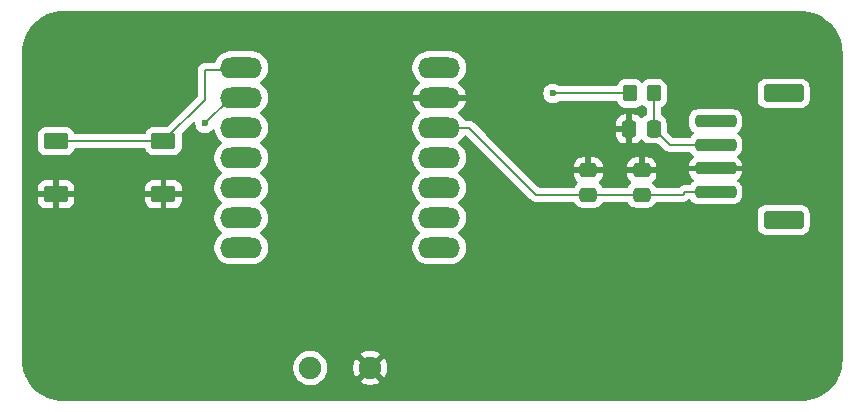
<source format=gbr>
%TF.GenerationSoftware,KiCad,Pcbnew,9.0.5*%
%TF.CreationDate,2026-02-02T17:26:05-08:00*%
%TF.ProjectId,Sensing device,53656e73-696e-4672-9064-65766963652e,1.0*%
%TF.SameCoordinates,Original*%
%TF.FileFunction,Copper,L1,Top*%
%TF.FilePolarity,Positive*%
%FSLAX46Y46*%
G04 Gerber Fmt 4.6, Leading zero omitted, Abs format (unit mm)*
G04 Created by KiCad (PCBNEW 9.0.5) date 2026-02-02 17:26:05*
%MOMM*%
%LPD*%
G01*
G04 APERTURE LIST*
G04 Aperture macros list*
%AMRoundRect*
0 Rectangle with rounded corners*
0 $1 Rounding radius*
0 $2 $3 $4 $5 $6 $7 $8 $9 X,Y pos of 4 corners*
0 Add a 4 corners polygon primitive as box body*
4,1,4,$2,$3,$4,$5,$6,$7,$8,$9,$2,$3,0*
0 Add four circle primitives for the rounded corners*
1,1,$1+$1,$2,$3*
1,1,$1+$1,$4,$5*
1,1,$1+$1,$6,$7*
1,1,$1+$1,$8,$9*
0 Add four rect primitives between the rounded corners*
20,1,$1+$1,$2,$3,$4,$5,0*
20,1,$1+$1,$4,$5,$6,$7,0*
20,1,$1+$1,$6,$7,$8,$9,0*
20,1,$1+$1,$8,$9,$2,$3,0*%
G04 Aperture macros list end*
%TA.AperFunction,SMDPad,CuDef*%
%ADD10RoundRect,0.250000X-0.800000X-0.450000X0.800000X-0.450000X0.800000X0.450000X-0.800000X0.450000X0*%
%TD*%
%TA.AperFunction,SMDPad,CuDef*%
%ADD11RoundRect,0.250000X-0.337500X-0.475000X0.337500X-0.475000X0.337500X0.475000X-0.337500X0.475000X0*%
%TD*%
%TA.AperFunction,SMDPad,CuDef*%
%ADD12RoundRect,0.250000X1.500000X-0.250000X1.500000X0.250000X-1.500000X0.250000X-1.500000X-0.250000X0*%
%TD*%
%TA.AperFunction,SMDPad,CuDef*%
%ADD13RoundRect,0.250001X1.449999X-0.499999X1.449999X0.499999X-1.449999X0.499999X-1.449999X-0.499999X0*%
%TD*%
%TA.AperFunction,SMDPad,CuDef*%
%ADD14RoundRect,0.250000X0.350000X0.450000X-0.350000X0.450000X-0.350000X-0.450000X0.350000X-0.450000X0*%
%TD*%
%TA.AperFunction,SMDPad,CuDef*%
%ADD15RoundRect,0.250000X0.475000X-0.337500X0.475000X0.337500X-0.475000X0.337500X-0.475000X-0.337500X0*%
%TD*%
%TA.AperFunction,ComponentPad*%
%ADD16O,3.556000X1.778000*%
%TD*%
%TA.AperFunction,ComponentPad*%
%ADD17C,1.905000*%
%TD*%
%TA.AperFunction,ViaPad*%
%ADD18C,0.600000*%
%TD*%
%TA.AperFunction,Conductor*%
%ADD19C,0.200000*%
%TD*%
G04 APERTURE END LIST*
D10*
%TO.P,SW1,1,1*%
%TO.N,/CAL_BTN*%
X117400000Y-83500000D03*
X126500000Y-83500000D03*
%TO.P,SW1,2,2*%
%TO.N,GND*%
X117400000Y-88000000D03*
X126500000Y-88000000D03*
%TD*%
D11*
%TO.P,C3,1*%
%TO.N,GND*%
X165925000Y-82462500D03*
%TO.P,C3,2*%
%TO.N,Net-(J2-Pin_3)*%
X168000000Y-82462500D03*
%TD*%
D12*
%TO.P,J2,1,Pin_1*%
%TO.N,+3V3*%
X173250000Y-87812500D03*
%TO.P,J2,2,Pin_2*%
%TO.N,GND*%
X173250000Y-85812500D03*
%TO.P,J2,3,Pin_3*%
%TO.N,Net-(J2-Pin_3)*%
X173250000Y-83812500D03*
%TO.P,J2,4,Pin_4*%
%TO.N,unconnected-(J2-Pin_4-Pad4)*%
X173250000Y-81812500D03*
D13*
%TO.P,J2,MP*%
%TO.N,N/C*%
X179000000Y-90162500D03*
X179000000Y-79462500D03*
%TD*%
D14*
%TO.P,R1,1*%
%TO.N,Net-(J2-Pin_3)*%
X168000000Y-79462500D03*
%TO.P,R1,2*%
%TO.N,/GSR_SIG*%
X166000000Y-79462500D03*
%TD*%
D15*
%TO.P,C1,1*%
%TO.N,+3V3*%
X167000000Y-88037500D03*
%TO.P,C1,2*%
%TO.N,GND*%
X167000000Y-85962500D03*
%TD*%
%TO.P,C2,1*%
%TO.N,+3V3*%
X162462500Y-88037500D03*
%TO.P,C2,2*%
%TO.N,GND*%
X162462500Y-85962500D03*
%TD*%
D16*
%TO.P,U1,1,GPIO1_A0_D0*%
%TO.N,/CAL_BTN*%
X133083000Y-77285000D03*
%TO.P,U1,2,GPIO2_A1_D1*%
%TO.N,/GSR_SIG*%
X133083000Y-79825000D03*
%TO.P,U1,3,GPIO3_A2_D2*%
%TO.N,unconnected-(U1-GPIO3_A2_D2-Pad3)*%
X133083000Y-82365000D03*
%TO.P,U1,4,GPIO4_A3_D3*%
%TO.N,unconnected-(U1-GPIO4_A3_D3-Pad4)*%
X133083000Y-84905000D03*
%TO.P,U1,5,GPIO4_A3_D3_SDA*%
%TO.N,unconnected-(U1-GPIO4_A3_D3_SDA-Pad5)*%
X133083000Y-87445000D03*
%TO.P,U1,6,GPIO6_A5_D5_SCL*%
%TO.N,unconnected-(U1-GPIO6_A5_D5_SCL-Pad6)*%
X133083000Y-89985000D03*
%TO.P,U1,7,GPIO43_TX_D6*%
%TO.N,unconnected-(U1-GPIO43_TX_D6-Pad7)*%
X133083000Y-92525000D03*
%TO.P,U1,8,GPIO44_D7_RX*%
%TO.N,unconnected-(U1-GPIO44_D7_RX-Pad8)*%
X149847000Y-92525000D03*
%TO.P,U1,9,GPIO7_A8_D8_SCK*%
%TO.N,unconnected-(U1-GPIO7_A8_D8_SCK-Pad9)*%
X149847000Y-89985000D03*
%TO.P,U1,10,GPIO8_A9_D9_CIPO*%
%TO.N,unconnected-(U1-GPIO8_A9_D9_CIPO-Pad10)*%
X149847000Y-87445000D03*
%TO.P,U1,11,GPIO9_A10_D10_COPI*%
%TO.N,unconnected-(U1-GPIO9_A10_D10_COPI-Pad11)*%
X149847000Y-84905000D03*
%TO.P,U1,12,3V3*%
%TO.N,+3V3*%
X149847000Y-82365000D03*
%TO.P,U1,13,GND*%
%TO.N,GND*%
X149847000Y-79825000D03*
%TO.P,U1,14,5V*%
%TO.N,unconnected-(U1-5V-Pad14)*%
X149847000Y-77285000D03*
D17*
%TO.P,U1,15,+BATT*%
%TO.N,/BAT*%
X138925000Y-102685000D03*
%TO.P,U1,16,-BATT*%
%TO.N,GND*%
X144005000Y-102685000D03*
%TD*%
D18*
%TO.N,/GSR_SIG*%
X159462500Y-79462500D03*
X130000000Y-82000000D03*
%TD*%
D19*
%TO.N,+3V3*%
X173250000Y-87812500D02*
X170687500Y-87812500D01*
X170462500Y-88037500D02*
X167000000Y-88037500D01*
X170687500Y-87812500D02*
X170462500Y-88037500D01*
X158037500Y-88037500D02*
X162462500Y-88037500D01*
X162462500Y-88037500D02*
X167000000Y-88037500D01*
X149085000Y-82365000D02*
X152365000Y-82365000D01*
X152365000Y-82365000D02*
X158037500Y-88037500D01*
%TO.N,Net-(J2-Pin_3)*%
X168000000Y-79462500D02*
X168000000Y-82462500D01*
X168000000Y-82462500D02*
X169350000Y-83812500D01*
X169350000Y-83812500D02*
X173250000Y-83812500D01*
%TO.N,/GSR_SIG*%
X132175000Y-79825000D02*
X130000000Y-82000000D01*
X166000000Y-79462500D02*
X159500000Y-79462500D01*
X133845000Y-79825000D02*
X132175000Y-79825000D01*
X159500000Y-79462500D02*
X159462500Y-79462500D01*
%TO.N,/CAL_BTN*%
X117400000Y-83500000D02*
X126500000Y-83500000D01*
X133630000Y-77500000D02*
X133845000Y-77285000D01*
X130000000Y-80000000D02*
X130000000Y-77500000D01*
X126500000Y-83500000D02*
X130000000Y-80000000D01*
X130000000Y-77500000D02*
X133630000Y-77500000D01*
%TD*%
%TA.AperFunction,Conductor*%
%TO.N,GND*%
G36*
X180503032Y-72500648D02*
G01*
X180836929Y-72517052D01*
X180849037Y-72518245D01*
X180952146Y-72533539D01*
X181176699Y-72566849D01*
X181188617Y-72569219D01*
X181509951Y-72649709D01*
X181521588Y-72653240D01*
X181592806Y-72678722D01*
X181833467Y-72764832D01*
X181844688Y-72769479D01*
X182144163Y-72911120D01*
X182154871Y-72916844D01*
X182438988Y-73087137D01*
X182449106Y-73093897D01*
X182715170Y-73291224D01*
X182724576Y-73298944D01*
X182970013Y-73521395D01*
X182978604Y-73529986D01*
X183165755Y-73736475D01*
X183201055Y-73775423D01*
X183208775Y-73784829D01*
X183406102Y-74050893D01*
X183412862Y-74061011D01*
X183541776Y-74276092D01*
X183583148Y-74345116D01*
X183588885Y-74355848D01*
X183730514Y-74655297D01*
X183735170Y-74666540D01*
X183846759Y-74978411D01*
X183850292Y-74990055D01*
X183930777Y-75311369D01*
X183933151Y-75323305D01*
X183981754Y-75650962D01*
X183982947Y-75663071D01*
X183999351Y-75996966D01*
X183999500Y-76003051D01*
X183999500Y-101996948D01*
X183999351Y-102003033D01*
X183982947Y-102336928D01*
X183981754Y-102349037D01*
X183933151Y-102676694D01*
X183930777Y-102688630D01*
X183850292Y-103009944D01*
X183846759Y-103021588D01*
X183735170Y-103333459D01*
X183730514Y-103344702D01*
X183588885Y-103644151D01*
X183583148Y-103654883D01*
X183412862Y-103938988D01*
X183406102Y-103949106D01*
X183208775Y-104215170D01*
X183201055Y-104224576D01*
X182978611Y-104470006D01*
X182970006Y-104478611D01*
X182724576Y-104701055D01*
X182715170Y-104708775D01*
X182449106Y-104906102D01*
X182438988Y-104912862D01*
X182154883Y-105083148D01*
X182144151Y-105088885D01*
X181844702Y-105230514D01*
X181833459Y-105235170D01*
X181521588Y-105346759D01*
X181509944Y-105350292D01*
X181188630Y-105430777D01*
X181176694Y-105433151D01*
X180849037Y-105481754D01*
X180836928Y-105482947D01*
X180521989Y-105498419D01*
X180503031Y-105499351D01*
X180496949Y-105499500D01*
X118003051Y-105499500D01*
X117996968Y-105499351D01*
X117976900Y-105498365D01*
X117663071Y-105482947D01*
X117650962Y-105481754D01*
X117323305Y-105433151D01*
X117311369Y-105430777D01*
X116990055Y-105350292D01*
X116978411Y-105346759D01*
X116666540Y-105235170D01*
X116655301Y-105230515D01*
X116355844Y-105088883D01*
X116345121Y-105083150D01*
X116061011Y-104912862D01*
X116050893Y-104906102D01*
X115784829Y-104708775D01*
X115775423Y-104701055D01*
X115736475Y-104665755D01*
X115529986Y-104478604D01*
X115521395Y-104470013D01*
X115298944Y-104224576D01*
X115291224Y-104215170D01*
X115093897Y-103949106D01*
X115087137Y-103938988D01*
X114916844Y-103654871D01*
X114911120Y-103644163D01*
X114769479Y-103344688D01*
X114764829Y-103333459D01*
X114653240Y-103021588D01*
X114649707Y-103009944D01*
X114640958Y-102975015D01*
X114569219Y-102688617D01*
X114566848Y-102676695D01*
X114566848Y-102676694D01*
X114551117Y-102570646D01*
X137472000Y-102570646D01*
X137472000Y-102799353D01*
X137507778Y-103025246D01*
X137507778Y-103025249D01*
X137578450Y-103242755D01*
X137578452Y-103242758D01*
X137682283Y-103446538D01*
X137816714Y-103631566D01*
X137978434Y-103793286D01*
X138163462Y-103927717D01*
X138366327Y-104031082D01*
X138367244Y-104031549D01*
X138584751Y-104102221D01*
X138584752Y-104102221D01*
X138584755Y-104102222D01*
X138810646Y-104138000D01*
X138810647Y-104138000D01*
X139039353Y-104138000D01*
X139039354Y-104138000D01*
X139265245Y-104102222D01*
X139265248Y-104102221D01*
X139265249Y-104102221D01*
X139482755Y-104031549D01*
X139482755Y-104031548D01*
X139482758Y-104031548D01*
X139686538Y-103927717D01*
X139871566Y-103793286D01*
X140033286Y-103631566D01*
X140167717Y-103446538D01*
X140271548Y-103242758D01*
X140342222Y-103025245D01*
X140378000Y-102799354D01*
X140378000Y-102570686D01*
X142552500Y-102570686D01*
X142552500Y-102799313D01*
X142588265Y-103025124D01*
X142588265Y-103025125D01*
X142658917Y-103242568D01*
X142762711Y-103446276D01*
X142816347Y-103520098D01*
X142816347Y-103520099D01*
X143515504Y-102820941D01*
X143531619Y-102881081D01*
X143598498Y-102996920D01*
X143693080Y-103091502D01*
X143808919Y-103158381D01*
X143869057Y-103174494D01*
X143169899Y-103873651D01*
X143243725Y-103927288D01*
X143243731Y-103927292D01*
X143447431Y-104031082D01*
X143664875Y-104101734D01*
X143890687Y-104137500D01*
X144119313Y-104137500D01*
X144345124Y-104101734D01*
X144345125Y-104101734D01*
X144562568Y-104031082D01*
X144766276Y-103927288D01*
X144840098Y-103873651D01*
X144140942Y-103174495D01*
X144201081Y-103158381D01*
X144316920Y-103091502D01*
X144411502Y-102996920D01*
X144478381Y-102881081D01*
X144494494Y-102820942D01*
X145193651Y-103520099D01*
X145193651Y-103520098D01*
X145247288Y-103446276D01*
X145351082Y-103242568D01*
X145421734Y-103025125D01*
X145421734Y-103025124D01*
X145457500Y-102799313D01*
X145457500Y-102570686D01*
X145421734Y-102344875D01*
X145421734Y-102344874D01*
X145351082Y-102127431D01*
X145247292Y-101923731D01*
X145247288Y-101923725D01*
X145193651Y-101849900D01*
X145193651Y-101849899D01*
X144494494Y-102549056D01*
X144478381Y-102488919D01*
X144411502Y-102373080D01*
X144316920Y-102278498D01*
X144201081Y-102211619D01*
X144140940Y-102195504D01*
X144840099Y-101496347D01*
X144766276Y-101442711D01*
X144562568Y-101338917D01*
X144345124Y-101268265D01*
X144119313Y-101232500D01*
X143890687Y-101232500D01*
X143664875Y-101268265D01*
X143664874Y-101268265D01*
X143447431Y-101338917D01*
X143243719Y-101442713D01*
X143169900Y-101496346D01*
X143169899Y-101496347D01*
X143869057Y-102195504D01*
X143808919Y-102211619D01*
X143693080Y-102278498D01*
X143598498Y-102373080D01*
X143531619Y-102488919D01*
X143515504Y-102549057D01*
X142816347Y-101849899D01*
X142816346Y-101849900D01*
X142762713Y-101923719D01*
X142658917Y-102127431D01*
X142588265Y-102344874D01*
X142588265Y-102344875D01*
X142552500Y-102570686D01*
X140378000Y-102570686D01*
X140378000Y-102570646D01*
X140342222Y-102344755D01*
X140342221Y-102344751D01*
X140342221Y-102344750D01*
X140271549Y-102127244D01*
X140167851Y-101923725D01*
X140167717Y-101923462D01*
X140033286Y-101738434D01*
X139871566Y-101576714D01*
X139686538Y-101442283D01*
X139482755Y-101338450D01*
X139265248Y-101267778D01*
X139095826Y-101240944D01*
X139039354Y-101232000D01*
X138810646Y-101232000D01*
X138735349Y-101243926D01*
X138584753Y-101267778D01*
X138584750Y-101267778D01*
X138367244Y-101338450D01*
X138163461Y-101442283D01*
X138089051Y-101496346D01*
X137978434Y-101576714D01*
X137978432Y-101576716D01*
X137978431Y-101576716D01*
X137816716Y-101738431D01*
X137816716Y-101738432D01*
X137816714Y-101738434D01*
X137758980Y-101817896D01*
X137682283Y-101923461D01*
X137578450Y-102127244D01*
X137507778Y-102344750D01*
X137507778Y-102344753D01*
X137472000Y-102570646D01*
X114551117Y-102570646D01*
X114518245Y-102349037D01*
X114517052Y-102336927D01*
X114500649Y-102003032D01*
X114500500Y-101996948D01*
X114500500Y-88499986D01*
X115850001Y-88499986D01*
X115860494Y-88602697D01*
X115915641Y-88769119D01*
X115915643Y-88769124D01*
X116007684Y-88918345D01*
X116131654Y-89042315D01*
X116280875Y-89134356D01*
X116280880Y-89134358D01*
X116447302Y-89189505D01*
X116447309Y-89189506D01*
X116550019Y-89199999D01*
X117149999Y-89199999D01*
X117650000Y-89199999D01*
X118249972Y-89199999D01*
X118249986Y-89199998D01*
X118352697Y-89189505D01*
X118519119Y-89134358D01*
X118519124Y-89134356D01*
X118668345Y-89042315D01*
X118792315Y-88918345D01*
X118884356Y-88769124D01*
X118884358Y-88769119D01*
X118939505Y-88602697D01*
X118939506Y-88602690D01*
X118949999Y-88499986D01*
X124950001Y-88499986D01*
X124960494Y-88602697D01*
X125015641Y-88769119D01*
X125015643Y-88769124D01*
X125107684Y-88918345D01*
X125231654Y-89042315D01*
X125380875Y-89134356D01*
X125380880Y-89134358D01*
X125547302Y-89189505D01*
X125547309Y-89189506D01*
X125650019Y-89199999D01*
X126249999Y-89199999D01*
X126750000Y-89199999D01*
X127349972Y-89199999D01*
X127349986Y-89199998D01*
X127452697Y-89189505D01*
X127619119Y-89134358D01*
X127619124Y-89134356D01*
X127768345Y-89042315D01*
X127892315Y-88918345D01*
X127984356Y-88769124D01*
X127984358Y-88769119D01*
X128039505Y-88602697D01*
X128039506Y-88602690D01*
X128049999Y-88499986D01*
X128050000Y-88499973D01*
X128050000Y-88250000D01*
X126750000Y-88250000D01*
X126750000Y-89199999D01*
X126249999Y-89199999D01*
X126250000Y-89199998D01*
X126250000Y-88250000D01*
X124950001Y-88250000D01*
X124950001Y-88499986D01*
X118949999Y-88499986D01*
X118950000Y-88499973D01*
X118950000Y-88250000D01*
X117650000Y-88250000D01*
X117650000Y-89199999D01*
X117149999Y-89199999D01*
X117150000Y-89199998D01*
X117150000Y-88250000D01*
X115850001Y-88250000D01*
X115850001Y-88499986D01*
X114500500Y-88499986D01*
X114500500Y-87500013D01*
X115850000Y-87500013D01*
X115850000Y-87750000D01*
X117150000Y-87750000D01*
X117650000Y-87750000D01*
X118949999Y-87750000D01*
X118949999Y-87500029D01*
X118949998Y-87500013D01*
X124950000Y-87500013D01*
X124950000Y-87750000D01*
X126250000Y-87750000D01*
X126750000Y-87750000D01*
X128049999Y-87750000D01*
X128049999Y-87500028D01*
X128049998Y-87500013D01*
X128039505Y-87397302D01*
X127984358Y-87230880D01*
X127984356Y-87230875D01*
X127892315Y-87081654D01*
X127768345Y-86957684D01*
X127619124Y-86865643D01*
X127619119Y-86865641D01*
X127452697Y-86810494D01*
X127452690Y-86810493D01*
X127349986Y-86800000D01*
X126750000Y-86800000D01*
X126750000Y-87750000D01*
X126250000Y-87750000D01*
X126250000Y-86800000D01*
X125650028Y-86800000D01*
X125650012Y-86800001D01*
X125547302Y-86810494D01*
X125380880Y-86865641D01*
X125380875Y-86865643D01*
X125231654Y-86957684D01*
X125107684Y-87081654D01*
X125015643Y-87230875D01*
X125015641Y-87230880D01*
X124960494Y-87397302D01*
X124960493Y-87397309D01*
X124950000Y-87500013D01*
X118949998Y-87500013D01*
X118949998Y-87500012D01*
X118939505Y-87397302D01*
X118884358Y-87230880D01*
X118884356Y-87230875D01*
X118792315Y-87081654D01*
X118668345Y-86957684D01*
X118519124Y-86865643D01*
X118519119Y-86865641D01*
X118352697Y-86810494D01*
X118352690Y-86810493D01*
X118249986Y-86800000D01*
X117650000Y-86800000D01*
X117650000Y-87750000D01*
X117150000Y-87750000D01*
X117150000Y-86800000D01*
X116550028Y-86800000D01*
X116550012Y-86800001D01*
X116447302Y-86810494D01*
X116280880Y-86865641D01*
X116280875Y-86865643D01*
X116131654Y-86957684D01*
X116007684Y-87081654D01*
X115915643Y-87230875D01*
X115915641Y-87230880D01*
X115860494Y-87397302D01*
X115860493Y-87397309D01*
X115850000Y-87500013D01*
X114500500Y-87500013D01*
X114500500Y-82999983D01*
X115849500Y-82999983D01*
X115849500Y-84000001D01*
X115849501Y-84000019D01*
X115860000Y-84102796D01*
X115860001Y-84102799D01*
X115915185Y-84269331D01*
X115915187Y-84269336D01*
X115950069Y-84325888D01*
X116007288Y-84418656D01*
X116131344Y-84542712D01*
X116280666Y-84634814D01*
X116447203Y-84689999D01*
X116549991Y-84700500D01*
X118250008Y-84700499D01*
X118352797Y-84689999D01*
X118519334Y-84634814D01*
X118668656Y-84542712D01*
X118792712Y-84418656D01*
X118884814Y-84269334D01*
X118912595Y-84185495D01*
X118952368Y-84128051D01*
X119016884Y-84101228D01*
X119030301Y-84100500D01*
X124869699Y-84100500D01*
X124936738Y-84120185D01*
X124982493Y-84172989D01*
X124987405Y-84185496D01*
X125015185Y-84269331D01*
X125015187Y-84269336D01*
X125050069Y-84325888D01*
X125107288Y-84418656D01*
X125231344Y-84542712D01*
X125380666Y-84634814D01*
X125547203Y-84689999D01*
X125649991Y-84700500D01*
X127350008Y-84700499D01*
X127452797Y-84689999D01*
X127619334Y-84634814D01*
X127768656Y-84542712D01*
X127892712Y-84418656D01*
X127984814Y-84269334D01*
X128039999Y-84102797D01*
X128050500Y-84000009D01*
X128050499Y-82999992D01*
X128049221Y-82987486D01*
X128042127Y-82918039D01*
X128039999Y-82897203D01*
X128039997Y-82897197D01*
X128038606Y-82890698D01*
X128043819Y-82821023D01*
X128072175Y-82777058D01*
X128987819Y-81861415D01*
X129049142Y-81827930D01*
X129118834Y-81832914D01*
X129174767Y-81874786D01*
X129199184Y-81940250D01*
X129199500Y-81949096D01*
X129199500Y-82078846D01*
X129230261Y-82233489D01*
X129230264Y-82233501D01*
X129290602Y-82379172D01*
X129290609Y-82379185D01*
X129378210Y-82510288D01*
X129378213Y-82510292D01*
X129489707Y-82621786D01*
X129489711Y-82621789D01*
X129620814Y-82709390D01*
X129620827Y-82709397D01*
X129766498Y-82769735D01*
X129766503Y-82769737D01*
X129904211Y-82797129D01*
X129921153Y-82800499D01*
X129921156Y-82800500D01*
X129921158Y-82800500D01*
X130078844Y-82800500D01*
X130078845Y-82800499D01*
X130233497Y-82769737D01*
X130346166Y-82723067D01*
X130379172Y-82709397D01*
X130379172Y-82709396D01*
X130379179Y-82709394D01*
X130510289Y-82621789D01*
X130612348Y-82519729D01*
X130673669Y-82486246D01*
X130743361Y-82491230D01*
X130799295Y-82533101D01*
X130822501Y-82588014D01*
X130838713Y-82690376D01*
X130906297Y-82898380D01*
X130906298Y-82898383D01*
X131005595Y-83093260D01*
X131134142Y-83270193D01*
X131288806Y-83424857D01*
X131439969Y-83534682D01*
X131482635Y-83590011D01*
X131488614Y-83659625D01*
X131456009Y-83721420D01*
X131439969Y-83735318D01*
X131288806Y-83845142D01*
X131134142Y-83999806D01*
X131005595Y-84176739D01*
X130906298Y-84371616D01*
X130906297Y-84371619D01*
X130838714Y-84579623D01*
X130804500Y-84795638D01*
X130804500Y-85014361D01*
X130838714Y-85230376D01*
X130906297Y-85438380D01*
X130906298Y-85438383D01*
X130923585Y-85472309D01*
X130975915Y-85575012D01*
X131005595Y-85633260D01*
X131134142Y-85810193D01*
X131288806Y-85964857D01*
X131439969Y-86074682D01*
X131482635Y-86130011D01*
X131488614Y-86199625D01*
X131456009Y-86261420D01*
X131439969Y-86275318D01*
X131288806Y-86385142D01*
X131134142Y-86539806D01*
X131005595Y-86716739D01*
X130906298Y-86911616D01*
X130906297Y-86911619D01*
X130838714Y-87119623D01*
X130804500Y-87335638D01*
X130804500Y-87554361D01*
X130838714Y-87770376D01*
X130906297Y-87978380D01*
X130906298Y-87978383D01*
X131005595Y-88173260D01*
X131134142Y-88350193D01*
X131288806Y-88504857D01*
X131439969Y-88614682D01*
X131482635Y-88670011D01*
X131488614Y-88739625D01*
X131456009Y-88801420D01*
X131439969Y-88815318D01*
X131288806Y-88925142D01*
X131134142Y-89079806D01*
X131005595Y-89256739D01*
X130906298Y-89451616D01*
X130906297Y-89451619D01*
X130838714Y-89659623D01*
X130804500Y-89875638D01*
X130804500Y-90094361D01*
X130838714Y-90310376D01*
X130906297Y-90518380D01*
X130906298Y-90518383D01*
X130973782Y-90650825D01*
X131005211Y-90712508D01*
X131005595Y-90713260D01*
X131134142Y-90890193D01*
X131288806Y-91044857D01*
X131439969Y-91154682D01*
X131482635Y-91210011D01*
X131488614Y-91279625D01*
X131456009Y-91341420D01*
X131439969Y-91355318D01*
X131288806Y-91465142D01*
X131134142Y-91619806D01*
X131005595Y-91796739D01*
X130906298Y-91991616D01*
X130906297Y-91991619D01*
X130838714Y-92199623D01*
X130804500Y-92415638D01*
X130804500Y-92634361D01*
X130838714Y-92850376D01*
X130906297Y-93058380D01*
X130906298Y-93058383D01*
X131005595Y-93253260D01*
X131134142Y-93430193D01*
X131288806Y-93584857D01*
X131454374Y-93705147D01*
X131465743Y-93713407D01*
X131593132Y-93778315D01*
X131660616Y-93812701D01*
X131660619Y-93812702D01*
X131764621Y-93846493D01*
X131868625Y-93880286D01*
X131968672Y-93896132D01*
X132084639Y-93914500D01*
X132084644Y-93914500D01*
X134081361Y-93914500D01*
X134186082Y-93897912D01*
X134297375Y-93880286D01*
X134505383Y-93812701D01*
X134700257Y-93713407D01*
X134799601Y-93641229D01*
X134877193Y-93584857D01*
X134877195Y-93584854D01*
X134877199Y-93584852D01*
X135031852Y-93430199D01*
X135031854Y-93430195D01*
X135031857Y-93430193D01*
X135088229Y-93352601D01*
X135160407Y-93253257D01*
X135259701Y-93058383D01*
X135327286Y-92850375D01*
X135344912Y-92739082D01*
X135361500Y-92634361D01*
X135361500Y-92415638D01*
X135341595Y-92289971D01*
X135327286Y-92199625D01*
X135259701Y-91991617D01*
X135259701Y-91991616D01*
X135225315Y-91924132D01*
X135160407Y-91796743D01*
X135152147Y-91785374D01*
X135031857Y-91619806D01*
X134877199Y-91465148D01*
X134877191Y-91465142D01*
X134726028Y-91355316D01*
X134683364Y-91299989D01*
X134677385Y-91230376D01*
X134709990Y-91168580D01*
X134726023Y-91154686D01*
X134877199Y-91044852D01*
X135031852Y-90890199D01*
X135031854Y-90890195D01*
X135031857Y-90890193D01*
X135088229Y-90812601D01*
X135160407Y-90713257D01*
X135259701Y-90518383D01*
X135327286Y-90310375D01*
X135344912Y-90199082D01*
X135361500Y-90094361D01*
X135361500Y-89875638D01*
X135341595Y-89749971D01*
X135327286Y-89659625D01*
X135293493Y-89555621D01*
X135259702Y-89451619D01*
X135259701Y-89451616D01*
X135204440Y-89343162D01*
X135160407Y-89256743D01*
X135152147Y-89245374D01*
X135031857Y-89079806D01*
X134877199Y-88925148D01*
X134765035Y-88843657D01*
X134726028Y-88815316D01*
X134683364Y-88759989D01*
X134677385Y-88690376D01*
X134709990Y-88628580D01*
X134726023Y-88614686D01*
X134877199Y-88504852D01*
X135031852Y-88350199D01*
X135031854Y-88350195D01*
X135031857Y-88350193D01*
X135129863Y-88215297D01*
X135160407Y-88173257D01*
X135259701Y-87978383D01*
X135327286Y-87770375D01*
X135344912Y-87659082D01*
X135361500Y-87554361D01*
X135361500Y-87335638D01*
X135332587Y-87153097D01*
X135327286Y-87119625D01*
X135259701Y-86911617D01*
X135259701Y-86911616D01*
X135214294Y-86822501D01*
X135160407Y-86716743D01*
X135152147Y-86705374D01*
X135031857Y-86539806D01*
X134877199Y-86385148D01*
X134828784Y-86349973D01*
X134726028Y-86275316D01*
X134683364Y-86219989D01*
X134677385Y-86150376D01*
X134709990Y-86088580D01*
X134726023Y-86074686D01*
X134877199Y-85964852D01*
X135031852Y-85810199D01*
X135031854Y-85810195D01*
X135031857Y-85810193D01*
X135102834Y-85712500D01*
X135160407Y-85633257D01*
X135259701Y-85438383D01*
X135327286Y-85230375D01*
X135348861Y-85094154D01*
X135361500Y-85014361D01*
X135361500Y-84795638D01*
X135336027Y-84634814D01*
X135327286Y-84579625D01*
X135273147Y-84412999D01*
X135259702Y-84371619D01*
X135259701Y-84371616D01*
X135225315Y-84304132D01*
X135160407Y-84176743D01*
X135152147Y-84165374D01*
X135031857Y-83999806D01*
X134877199Y-83845148D01*
X134877191Y-83845142D01*
X134726028Y-83735316D01*
X134683364Y-83679989D01*
X134677385Y-83610376D01*
X134709990Y-83548580D01*
X134726023Y-83534686D01*
X134877199Y-83424852D01*
X135031852Y-83270199D01*
X135031854Y-83270195D01*
X135031857Y-83270193D01*
X135116931Y-83153097D01*
X135160407Y-83093257D01*
X135259701Y-82898383D01*
X135327286Y-82690375D01*
X135352504Y-82531156D01*
X135361500Y-82474361D01*
X135361500Y-82255638D01*
X135338830Y-82112509D01*
X135327286Y-82039625D01*
X135276877Y-81884480D01*
X135259701Y-81831616D01*
X135191005Y-81696795D01*
X135160407Y-81636743D01*
X135148839Y-81620821D01*
X135031857Y-81459806D01*
X134877199Y-81305148D01*
X134873810Y-81302686D01*
X134726028Y-81195316D01*
X134683364Y-81139989D01*
X134677385Y-81070376D01*
X134709990Y-81008580D01*
X134726023Y-80994686D01*
X134877199Y-80884852D01*
X135031852Y-80730199D01*
X135031854Y-80730195D01*
X135031857Y-80730193D01*
X135092072Y-80647313D01*
X135160407Y-80553257D01*
X135259701Y-80358383D01*
X135327286Y-80150375D01*
X135349123Y-80012502D01*
X135361500Y-79934361D01*
X135361500Y-79715638D01*
X135338917Y-79573058D01*
X135327286Y-79499625D01*
X135279197Y-79351619D01*
X135259702Y-79291619D01*
X135259701Y-79291616D01*
X135225315Y-79224132D01*
X135160407Y-79096743D01*
X135150650Y-79083314D01*
X135031857Y-78919806D01*
X134877199Y-78765148D01*
X134877191Y-78765142D01*
X134726028Y-78655316D01*
X134683364Y-78599989D01*
X134677385Y-78530376D01*
X134709990Y-78468580D01*
X134726023Y-78454686D01*
X134877199Y-78344852D01*
X135031852Y-78190199D01*
X135031854Y-78190195D01*
X135031857Y-78190193D01*
X135097022Y-78100500D01*
X135160407Y-78013257D01*
X135259701Y-77818383D01*
X135327286Y-77610375D01*
X135344912Y-77499082D01*
X135361500Y-77394361D01*
X135361500Y-77175638D01*
X147568500Y-77175638D01*
X147568500Y-77394361D01*
X147602714Y-77610376D01*
X147670297Y-77818380D01*
X147670298Y-77818383D01*
X147769595Y-78013260D01*
X147898142Y-78190193D01*
X148052802Y-78344853D01*
X148052807Y-78344857D01*
X148204394Y-78454991D01*
X148247060Y-78510320D01*
X148253039Y-78579934D01*
X148220434Y-78641729D01*
X148204394Y-78655627D01*
X148053133Y-78765524D01*
X148053128Y-78765528D01*
X147898528Y-78920128D01*
X147898524Y-78920133D01*
X147770023Y-79097001D01*
X147670762Y-79291808D01*
X147670761Y-79291811D01*
X147603201Y-79499741D01*
X147591282Y-79575000D01*
X148642749Y-79575000D01*
X148611619Y-79628919D01*
X148577000Y-79758120D01*
X148577000Y-79891880D01*
X148611619Y-80021081D01*
X148642749Y-80075000D01*
X147591282Y-80075000D01*
X147603201Y-80150258D01*
X147670761Y-80358188D01*
X147670762Y-80358191D01*
X147770023Y-80552998D01*
X147898524Y-80729866D01*
X147898528Y-80729871D01*
X148053128Y-80884471D01*
X148053133Y-80884475D01*
X148204394Y-80994372D01*
X148247060Y-81049701D01*
X148253039Y-81119315D01*
X148220434Y-81181110D01*
X148204394Y-81195008D01*
X148052807Y-81305142D01*
X148052802Y-81305146D01*
X147898142Y-81459806D01*
X147769595Y-81636739D01*
X147670299Y-81831616D01*
X147602714Y-82039623D01*
X147568500Y-82255638D01*
X147568500Y-82474361D01*
X147602714Y-82690376D01*
X147670297Y-82898380D01*
X147670298Y-82898383D01*
X147769595Y-83093260D01*
X147898142Y-83270193D01*
X148052806Y-83424857D01*
X148203969Y-83534682D01*
X148246635Y-83590011D01*
X148252614Y-83659625D01*
X148220009Y-83721420D01*
X148203969Y-83735318D01*
X148052806Y-83845142D01*
X147898142Y-83999806D01*
X147769595Y-84176739D01*
X147670298Y-84371616D01*
X147670297Y-84371619D01*
X147602714Y-84579623D01*
X147568500Y-84795638D01*
X147568500Y-85014361D01*
X147602714Y-85230376D01*
X147670297Y-85438380D01*
X147670298Y-85438383D01*
X147687585Y-85472309D01*
X147739915Y-85575012D01*
X147769595Y-85633260D01*
X147898142Y-85810193D01*
X148052806Y-85964857D01*
X148203969Y-86074682D01*
X148246635Y-86130011D01*
X148252614Y-86199625D01*
X148220009Y-86261420D01*
X148203969Y-86275318D01*
X148052806Y-86385142D01*
X147898142Y-86539806D01*
X147769595Y-86716739D01*
X147670298Y-86911616D01*
X147670297Y-86911619D01*
X147602714Y-87119623D01*
X147568500Y-87335638D01*
X147568500Y-87554361D01*
X147602714Y-87770376D01*
X147670297Y-87978380D01*
X147670298Y-87978383D01*
X147769595Y-88173260D01*
X147898142Y-88350193D01*
X148052806Y-88504857D01*
X148203969Y-88614682D01*
X148246635Y-88670011D01*
X148252614Y-88739625D01*
X148220009Y-88801420D01*
X148203969Y-88815318D01*
X148052806Y-88925142D01*
X147898142Y-89079806D01*
X147769595Y-89256739D01*
X147670298Y-89451616D01*
X147670297Y-89451619D01*
X147602714Y-89659623D01*
X147568500Y-89875638D01*
X147568500Y-90094361D01*
X147602714Y-90310376D01*
X147670297Y-90518380D01*
X147670298Y-90518383D01*
X147737782Y-90650825D01*
X147769211Y-90712508D01*
X147769595Y-90713260D01*
X147898142Y-90890193D01*
X148052806Y-91044857D01*
X148203969Y-91154682D01*
X148246635Y-91210011D01*
X148252614Y-91279625D01*
X148220009Y-91341420D01*
X148203969Y-91355318D01*
X148052806Y-91465142D01*
X147898142Y-91619806D01*
X147769595Y-91796739D01*
X147670298Y-91991616D01*
X147670297Y-91991619D01*
X147602714Y-92199623D01*
X147568500Y-92415638D01*
X147568500Y-92634361D01*
X147602714Y-92850376D01*
X147670297Y-93058380D01*
X147670298Y-93058383D01*
X147769595Y-93253260D01*
X147898142Y-93430193D01*
X148052806Y-93584857D01*
X148218374Y-93705147D01*
X148229743Y-93713407D01*
X148357132Y-93778315D01*
X148424616Y-93812701D01*
X148424619Y-93812702D01*
X148528621Y-93846493D01*
X148632625Y-93880286D01*
X148732672Y-93896132D01*
X148848639Y-93914500D01*
X148848644Y-93914500D01*
X150845361Y-93914500D01*
X150950082Y-93897912D01*
X151061375Y-93880286D01*
X151269383Y-93812701D01*
X151464257Y-93713407D01*
X151563601Y-93641229D01*
X151641193Y-93584857D01*
X151641195Y-93584854D01*
X151641199Y-93584852D01*
X151795852Y-93430199D01*
X151795854Y-93430195D01*
X151795857Y-93430193D01*
X151852229Y-93352601D01*
X151924407Y-93253257D01*
X152023701Y-93058383D01*
X152091286Y-92850375D01*
X152108912Y-92739082D01*
X152125500Y-92634361D01*
X152125500Y-92415638D01*
X152105595Y-92289971D01*
X152091286Y-92199625D01*
X152023701Y-91991617D01*
X152023701Y-91991616D01*
X151989315Y-91924132D01*
X151924407Y-91796743D01*
X151916147Y-91785374D01*
X151795857Y-91619806D01*
X151641199Y-91465148D01*
X151641191Y-91465142D01*
X151490028Y-91355316D01*
X151447364Y-91299989D01*
X151441385Y-91230376D01*
X151473990Y-91168580D01*
X151490023Y-91154686D01*
X151641199Y-91044852D01*
X151795852Y-90890199D01*
X151795854Y-90890195D01*
X151795857Y-90890193D01*
X151852229Y-90812601D01*
X151924407Y-90713257D01*
X152023701Y-90518383D01*
X152091286Y-90310375D01*
X152108912Y-90199082D01*
X152125500Y-90094361D01*
X152125500Y-89875638D01*
X152091286Y-89659624D01*
X152087397Y-89647656D01*
X152087396Y-89647654D01*
X152087396Y-89647652D01*
X152075969Y-89612484D01*
X176799500Y-89612484D01*
X176799500Y-90712515D01*
X176810000Y-90815295D01*
X176810001Y-90815296D01*
X176865186Y-90981835D01*
X176865187Y-90981837D01*
X176957286Y-91131151D01*
X176957289Y-91131155D01*
X177081344Y-91255210D01*
X177081348Y-91255213D01*
X177230662Y-91347312D01*
X177230664Y-91347313D01*
X177230666Y-91347314D01*
X177397203Y-91402499D01*
X177499992Y-91413000D01*
X177499997Y-91413000D01*
X180500003Y-91413000D01*
X180500008Y-91413000D01*
X180602797Y-91402499D01*
X180769334Y-91347314D01*
X180918655Y-91255211D01*
X181042711Y-91131155D01*
X181134814Y-90981834D01*
X181189999Y-90815297D01*
X181200500Y-90712508D01*
X181200500Y-89612492D01*
X181189999Y-89509703D01*
X181134814Y-89343166D01*
X181081507Y-89256743D01*
X181042713Y-89193848D01*
X181042710Y-89193844D01*
X180918655Y-89069789D01*
X180918651Y-89069786D01*
X180769337Y-88977687D01*
X180769335Y-88977686D01*
X180686065Y-88950093D01*
X180602797Y-88922501D01*
X180602795Y-88922500D01*
X180500015Y-88912000D01*
X180500008Y-88912000D01*
X177499992Y-88912000D01*
X177499984Y-88912000D01*
X177397204Y-88922500D01*
X177397203Y-88922501D01*
X177230664Y-88977686D01*
X177230662Y-88977687D01*
X177081348Y-89069786D01*
X177081344Y-89069789D01*
X176957289Y-89193844D01*
X176957286Y-89193848D01*
X176865187Y-89343162D01*
X176865186Y-89343164D01*
X176810001Y-89509703D01*
X176810000Y-89509704D01*
X176799500Y-89612484D01*
X152075969Y-89612484D01*
X152023703Y-89451622D01*
X152023701Y-89451616D01*
X151968440Y-89343162D01*
X151924407Y-89256743D01*
X151916147Y-89245374D01*
X151795857Y-89079806D01*
X151641199Y-88925148D01*
X151529035Y-88843657D01*
X151490028Y-88815316D01*
X151447364Y-88759989D01*
X151441385Y-88690376D01*
X151473990Y-88628580D01*
X151490023Y-88614686D01*
X151641199Y-88504852D01*
X151795852Y-88350199D01*
X151795854Y-88350195D01*
X151795857Y-88350193D01*
X151893863Y-88215297D01*
X151924407Y-88173257D01*
X152023701Y-87978383D01*
X152091286Y-87770375D01*
X152108912Y-87659082D01*
X152125500Y-87554361D01*
X152125500Y-87335638D01*
X152096587Y-87153097D01*
X152091286Y-87119625D01*
X152023701Y-86911617D01*
X152023701Y-86911616D01*
X151978294Y-86822501D01*
X151924407Y-86716743D01*
X151916147Y-86705374D01*
X151795857Y-86539806D01*
X151641199Y-86385148D01*
X151592784Y-86349973D01*
X151490028Y-86275316D01*
X151447364Y-86219989D01*
X151441385Y-86150376D01*
X151473990Y-86088580D01*
X151490023Y-86074686D01*
X151641199Y-85964852D01*
X151795852Y-85810199D01*
X151795854Y-85810195D01*
X151795857Y-85810193D01*
X151866834Y-85712500D01*
X151924407Y-85633257D01*
X152023701Y-85438383D01*
X152091286Y-85230375D01*
X152112861Y-85094154D01*
X152125500Y-85014361D01*
X152125500Y-84795638D01*
X152100027Y-84634814D01*
X152091286Y-84579625D01*
X152037147Y-84412999D01*
X152023702Y-84371619D01*
X152023701Y-84371616D01*
X151989315Y-84304132D01*
X151924407Y-84176743D01*
X151916147Y-84165374D01*
X151795857Y-83999806D01*
X151641199Y-83845148D01*
X151641191Y-83845142D01*
X151490028Y-83735316D01*
X151447364Y-83679989D01*
X151441385Y-83610376D01*
X151473990Y-83548580D01*
X151490023Y-83534686D01*
X151641199Y-83424852D01*
X151795852Y-83270199D01*
X151795854Y-83270195D01*
X151795857Y-83270193D01*
X151880931Y-83153097D01*
X151924407Y-83093257D01*
X151954807Y-83033593D01*
X152002782Y-82982798D01*
X152070603Y-82966003D01*
X152136738Y-82988541D01*
X152152973Y-83002208D01*
X157552639Y-88401874D01*
X157552649Y-88401885D01*
X157556979Y-88406215D01*
X157556980Y-88406216D01*
X157668784Y-88518020D01*
X157668786Y-88518021D01*
X157668790Y-88518024D01*
X157805709Y-88597073D01*
X157805716Y-88597077D01*
X157917519Y-88627034D01*
X157958442Y-88638000D01*
X157958443Y-88638000D01*
X161198732Y-88638000D01*
X161265771Y-88657685D01*
X161304269Y-88696901D01*
X161394788Y-88843656D01*
X161518844Y-88967712D01*
X161668166Y-89059814D01*
X161834703Y-89114999D01*
X161937491Y-89125500D01*
X162987508Y-89125499D01*
X162987516Y-89125498D01*
X162987519Y-89125498D01*
X163043802Y-89119748D01*
X163090297Y-89114999D01*
X163256834Y-89059814D01*
X163406156Y-88967712D01*
X163530212Y-88843656D01*
X163620729Y-88696902D01*
X163672677Y-88650179D01*
X163726268Y-88638000D01*
X165736232Y-88638000D01*
X165803271Y-88657685D01*
X165841769Y-88696901D01*
X165932288Y-88843656D01*
X166056344Y-88967712D01*
X166205666Y-89059814D01*
X166372203Y-89114999D01*
X166474991Y-89125500D01*
X167525008Y-89125499D01*
X167525016Y-89125498D01*
X167525019Y-89125498D01*
X167581302Y-89119748D01*
X167627797Y-89114999D01*
X167794334Y-89059814D01*
X167943656Y-88967712D01*
X168067712Y-88843656D01*
X168158229Y-88696902D01*
X168210177Y-88650179D01*
X168263768Y-88638000D01*
X170375831Y-88638000D01*
X170375847Y-88638001D01*
X170383443Y-88638001D01*
X170541554Y-88638001D01*
X170541557Y-88638001D01*
X170694285Y-88597077D01*
X170744404Y-88568139D01*
X170831216Y-88518020D01*
X170905742Y-88443493D01*
X170912286Y-88438491D01*
X170937511Y-88428789D01*
X170961239Y-88415834D01*
X170975068Y-88414347D01*
X170977500Y-88413412D01*
X170979642Y-88413855D01*
X170987598Y-88413000D01*
X171015202Y-88413000D01*
X171082241Y-88432685D01*
X171120739Y-88471901D01*
X171157288Y-88531156D01*
X171281344Y-88655212D01*
X171430666Y-88747314D01*
X171597203Y-88802499D01*
X171699991Y-88813000D01*
X174800008Y-88812999D01*
X174902797Y-88802499D01*
X175069334Y-88747314D01*
X175218656Y-88655212D01*
X175342712Y-88531156D01*
X175434814Y-88381834D01*
X175489999Y-88215297D01*
X175500500Y-88112509D01*
X175500499Y-87512492D01*
X175489999Y-87409703D01*
X175434814Y-87243166D01*
X175342712Y-87093844D01*
X175218656Y-86969788D01*
X175134279Y-86917744D01*
X175087556Y-86865797D01*
X175076333Y-86796834D01*
X175104177Y-86732752D01*
X175134281Y-86706667D01*
X175218343Y-86654817D01*
X175342315Y-86530845D01*
X175434356Y-86381624D01*
X175434358Y-86381619D01*
X175489505Y-86215197D01*
X175489506Y-86215190D01*
X175499999Y-86112486D01*
X175500000Y-86112473D01*
X175500000Y-86062500D01*
X171000001Y-86062500D01*
X171000001Y-86112486D01*
X171010494Y-86215197D01*
X171065641Y-86381619D01*
X171065643Y-86381624D01*
X171157684Y-86530845D01*
X171281654Y-86654815D01*
X171365719Y-86706667D01*
X171412443Y-86758615D01*
X171423666Y-86827578D01*
X171395822Y-86891660D01*
X171365719Y-86917744D01*
X171281347Y-86969785D01*
X171281343Y-86969788D01*
X171157289Y-87093842D01*
X171120741Y-87153097D01*
X171068793Y-87199821D01*
X171015202Y-87212000D01*
X170766557Y-87212000D01*
X170608443Y-87212000D01*
X170455715Y-87252923D01*
X170455714Y-87252923D01*
X170455712Y-87252924D01*
X170455709Y-87252925D01*
X170412543Y-87277847D01*
X170412534Y-87277853D01*
X170405595Y-87281860D01*
X170318784Y-87331980D01*
X170244255Y-87406508D01*
X170237715Y-87411509D01*
X170212482Y-87421212D01*
X170188760Y-87434166D01*
X170174933Y-87435652D01*
X170172501Y-87436588D01*
X170170358Y-87436144D01*
X170162402Y-87437000D01*
X168263768Y-87437000D01*
X168196729Y-87417315D01*
X168158229Y-87378097D01*
X168132044Y-87335644D01*
X168067712Y-87231344D01*
X167943656Y-87107288D01*
X167940342Y-87105243D01*
X167938546Y-87103248D01*
X167937989Y-87102807D01*
X167938064Y-87102711D01*
X167893618Y-87053297D01*
X167882397Y-86984334D01*
X167910240Y-86920252D01*
X167940348Y-86894165D01*
X167943342Y-86892318D01*
X168067315Y-86768345D01*
X168159356Y-86619124D01*
X168159358Y-86619119D01*
X168214505Y-86452697D01*
X168214506Y-86452690D01*
X168224999Y-86349986D01*
X168225000Y-86349973D01*
X168225000Y-86212500D01*
X165775001Y-86212500D01*
X165775001Y-86349986D01*
X165785494Y-86452697D01*
X165840641Y-86619119D01*
X165840643Y-86619124D01*
X165932684Y-86768345D01*
X166056655Y-86892316D01*
X166056659Y-86892319D01*
X166059656Y-86894168D01*
X166061279Y-86895972D01*
X166062323Y-86896798D01*
X166062181Y-86896976D01*
X166106381Y-86946116D01*
X166117602Y-87015079D01*
X166089759Y-87079161D01*
X166059661Y-87105241D01*
X166056349Y-87107283D01*
X166056343Y-87107288D01*
X165932289Y-87231342D01*
X165932288Y-87231344D01*
X165867960Y-87335638D01*
X165841771Y-87378097D01*
X165789823Y-87424821D01*
X165736232Y-87437000D01*
X163726268Y-87437000D01*
X163659229Y-87417315D01*
X163620729Y-87378097D01*
X163594544Y-87335644D01*
X163530212Y-87231344D01*
X163406156Y-87107288D01*
X163402842Y-87105243D01*
X163401046Y-87103248D01*
X163400489Y-87102807D01*
X163400564Y-87102711D01*
X163356118Y-87053297D01*
X163344897Y-86984334D01*
X163372740Y-86920252D01*
X163402848Y-86894165D01*
X163405842Y-86892318D01*
X163529815Y-86768345D01*
X163621856Y-86619124D01*
X163621858Y-86619119D01*
X163677005Y-86452697D01*
X163677006Y-86452690D01*
X163687499Y-86349986D01*
X163687500Y-86349973D01*
X163687500Y-86212500D01*
X161237501Y-86212500D01*
X161237501Y-86349986D01*
X161247994Y-86452697D01*
X161303141Y-86619119D01*
X161303143Y-86619124D01*
X161395184Y-86768345D01*
X161519155Y-86892316D01*
X161519159Y-86892319D01*
X161522156Y-86894168D01*
X161523779Y-86895972D01*
X161524823Y-86896798D01*
X161524681Y-86896976D01*
X161568881Y-86946116D01*
X161580102Y-87015079D01*
X161552259Y-87079161D01*
X161522161Y-87105241D01*
X161518849Y-87107283D01*
X161518843Y-87107288D01*
X161394789Y-87231342D01*
X161394788Y-87231344D01*
X161330460Y-87335638D01*
X161304271Y-87378097D01*
X161252323Y-87424821D01*
X161198732Y-87437000D01*
X158337597Y-87437000D01*
X158270558Y-87417315D01*
X158249916Y-87400681D01*
X156424248Y-85575013D01*
X161237500Y-85575013D01*
X161237500Y-85712500D01*
X162212500Y-85712500D01*
X162712500Y-85712500D01*
X163687499Y-85712500D01*
X163687499Y-85575029D01*
X163687498Y-85575013D01*
X165775000Y-85575013D01*
X165775000Y-85712500D01*
X166750000Y-85712500D01*
X167250000Y-85712500D01*
X168224999Y-85712500D01*
X168224999Y-85575028D01*
X168224998Y-85575013D01*
X168214505Y-85472302D01*
X168159358Y-85305880D01*
X168159356Y-85305875D01*
X168067315Y-85156654D01*
X167943345Y-85032684D01*
X167794124Y-84940643D01*
X167794119Y-84940641D01*
X167627697Y-84885494D01*
X167627690Y-84885493D01*
X167524986Y-84875000D01*
X167250000Y-84875000D01*
X167250000Y-85712500D01*
X166750000Y-85712500D01*
X166750000Y-84875000D01*
X166475029Y-84875000D01*
X166475012Y-84875001D01*
X166372302Y-84885494D01*
X166205880Y-84940641D01*
X166205875Y-84940643D01*
X166056654Y-85032684D01*
X165932684Y-85156654D01*
X165840643Y-85305875D01*
X165840641Y-85305880D01*
X165785494Y-85472302D01*
X165785493Y-85472309D01*
X165775000Y-85575013D01*
X163687498Y-85575013D01*
X163687498Y-85575012D01*
X163677005Y-85472302D01*
X163621858Y-85305880D01*
X163621856Y-85305875D01*
X163529815Y-85156654D01*
X163405845Y-85032684D01*
X163256624Y-84940643D01*
X163256619Y-84940641D01*
X163090197Y-84885494D01*
X163090190Y-84885493D01*
X162987486Y-84875000D01*
X162712500Y-84875000D01*
X162712500Y-85712500D01*
X162212500Y-85712500D01*
X162212500Y-84875000D01*
X161937529Y-84875000D01*
X161937512Y-84875001D01*
X161834802Y-84885494D01*
X161668380Y-84940641D01*
X161668375Y-84940643D01*
X161519154Y-85032684D01*
X161395184Y-85156654D01*
X161303143Y-85305875D01*
X161303141Y-85305880D01*
X161247994Y-85472302D01*
X161247993Y-85472309D01*
X161237500Y-85575013D01*
X156424248Y-85575013D01*
X153836721Y-82987486D01*
X164837501Y-82987486D01*
X164847994Y-83090197D01*
X164903141Y-83256619D01*
X164903143Y-83256624D01*
X164995184Y-83405845D01*
X165119154Y-83529815D01*
X165268375Y-83621856D01*
X165268380Y-83621858D01*
X165434802Y-83677005D01*
X165434809Y-83677006D01*
X165537519Y-83687499D01*
X165674999Y-83687499D01*
X165675000Y-83687498D01*
X165675000Y-82712500D01*
X164837501Y-82712500D01*
X164837501Y-82987486D01*
X153836721Y-82987486D01*
X152852590Y-82003355D01*
X152852588Y-82003352D01*
X152786749Y-81937513D01*
X164837500Y-81937513D01*
X164837500Y-82212500D01*
X165675000Y-82212500D01*
X165675000Y-81237500D01*
X165537527Y-81237500D01*
X165537512Y-81237501D01*
X165434802Y-81247994D01*
X165268380Y-81303141D01*
X165268375Y-81303143D01*
X165119154Y-81395184D01*
X164995184Y-81519154D01*
X164903143Y-81668375D01*
X164903141Y-81668380D01*
X164847994Y-81834802D01*
X164847993Y-81834809D01*
X164837500Y-81937513D01*
X152786749Y-81937513D01*
X152733717Y-81884481D01*
X152733709Y-81884475D01*
X152642155Y-81831617D01*
X152642153Y-81831616D01*
X152596790Y-81805425D01*
X152596789Y-81805424D01*
X152584263Y-81802067D01*
X152444057Y-81764499D01*
X152285943Y-81764499D01*
X152278347Y-81764499D01*
X152278331Y-81764500D01*
X152065490Y-81764500D01*
X151998451Y-81744815D01*
X151955005Y-81696795D01*
X151924407Y-81636743D01*
X151912839Y-81620821D01*
X151795857Y-81459806D01*
X151641197Y-81305146D01*
X151641192Y-81305142D01*
X151489605Y-81195008D01*
X151446939Y-81139678D01*
X151440960Y-81070065D01*
X151473565Y-81008270D01*
X151489605Y-80994371D01*
X151640873Y-80884469D01*
X151795471Y-80729871D01*
X151795475Y-80729866D01*
X151923976Y-80552998D01*
X152023237Y-80358191D01*
X152023238Y-80358188D01*
X152090798Y-80150258D01*
X152102718Y-80075000D01*
X149527251Y-80075000D01*
X149558381Y-80021081D01*
X149593000Y-79891880D01*
X149593000Y-79758120D01*
X149558381Y-79628919D01*
X149527251Y-79575000D01*
X152102718Y-79575000D01*
X152090798Y-79499741D01*
X152063551Y-79415884D01*
X152063550Y-79415882D01*
X152053078Y-79383653D01*
X158662000Y-79383653D01*
X158662000Y-79541346D01*
X158692761Y-79695989D01*
X158692764Y-79696001D01*
X158753102Y-79841672D01*
X158753109Y-79841685D01*
X158840710Y-79972788D01*
X158840713Y-79972792D01*
X158952207Y-80084286D01*
X158952211Y-80084289D01*
X159083314Y-80171890D01*
X159083327Y-80171897D01*
X159227909Y-80231784D01*
X159229003Y-80232237D01*
X159383653Y-80262999D01*
X159383656Y-80263000D01*
X159383658Y-80263000D01*
X159541344Y-80263000D01*
X159541345Y-80262999D01*
X159695997Y-80232237D01*
X159841679Y-80171894D01*
X159873883Y-80150376D01*
X159973375Y-80083898D01*
X160040053Y-80063020D01*
X160042266Y-80063000D01*
X164819699Y-80063000D01*
X164886738Y-80082685D01*
X164932493Y-80135489D01*
X164937403Y-80147992D01*
X164945324Y-80171894D01*
X164965185Y-80231831D01*
X164965187Y-80231836D01*
X164965435Y-80232238D01*
X165057288Y-80381156D01*
X165181344Y-80505212D01*
X165330666Y-80597314D01*
X165497203Y-80652499D01*
X165599991Y-80663000D01*
X166400008Y-80662999D01*
X166400016Y-80662998D01*
X166400019Y-80662998D01*
X166456302Y-80657248D01*
X166502797Y-80652499D01*
X166669334Y-80597314D01*
X166818656Y-80505212D01*
X166912319Y-80411549D01*
X166973642Y-80378064D01*
X167043334Y-80383048D01*
X167087681Y-80411549D01*
X167181344Y-80505212D01*
X167330666Y-80597314D01*
X167330667Y-80597314D01*
X167336813Y-80601105D01*
X167335706Y-80602899D01*
X167380337Y-80642187D01*
X167399500Y-80708408D01*
X167399500Y-81198732D01*
X167379815Y-81265771D01*
X167340598Y-81304269D01*
X167244923Y-81363281D01*
X167193842Y-81394789D01*
X167069788Y-81518843D01*
X167069783Y-81518849D01*
X167067741Y-81522161D01*
X167065747Y-81523953D01*
X167065307Y-81524511D01*
X167065211Y-81524435D01*
X167015791Y-81568883D01*
X166946828Y-81580102D01*
X166882747Y-81552255D01*
X166856668Y-81522156D01*
X166854819Y-81519159D01*
X166854816Y-81519155D01*
X166730845Y-81395184D01*
X166581624Y-81303143D01*
X166581619Y-81303141D01*
X166415197Y-81247994D01*
X166415190Y-81247993D01*
X166312486Y-81237500D01*
X166175000Y-81237500D01*
X166175000Y-83687499D01*
X166312472Y-83687499D01*
X166312486Y-83687498D01*
X166415197Y-83677005D01*
X166581619Y-83621858D01*
X166581624Y-83621856D01*
X166730845Y-83529815D01*
X166854818Y-83405842D01*
X166856665Y-83402848D01*
X166858469Y-83401224D01*
X166859298Y-83400177D01*
X166859476Y-83400318D01*
X166908610Y-83356121D01*
X166977573Y-83344896D01*
X167041656Y-83372736D01*
X167067743Y-83402841D01*
X167069788Y-83406156D01*
X167193844Y-83530212D01*
X167343166Y-83622314D01*
X167509703Y-83677499D01*
X167612491Y-83688000D01*
X168324902Y-83687999D01*
X168391941Y-83707683D01*
X168412583Y-83724318D01*
X168865139Y-84176874D01*
X168865149Y-84176885D01*
X168869479Y-84181215D01*
X168869480Y-84181216D01*
X168981284Y-84293020D01*
X169068095Y-84343139D01*
X169068097Y-84343141D01*
X169118213Y-84372076D01*
X169118215Y-84372077D01*
X169270942Y-84413000D01*
X169270943Y-84413000D01*
X171015202Y-84413000D01*
X171082241Y-84432685D01*
X171120741Y-84471903D01*
X171157289Y-84531157D01*
X171281344Y-84655212D01*
X171365718Y-84707254D01*
X171412443Y-84759202D01*
X171423666Y-84828164D01*
X171395822Y-84892247D01*
X171365720Y-84918331D01*
X171281656Y-84970182D01*
X171157684Y-85094154D01*
X171065643Y-85243375D01*
X171065641Y-85243380D01*
X171010494Y-85409802D01*
X171010493Y-85409809D01*
X171000000Y-85512513D01*
X171000000Y-85562500D01*
X175499999Y-85562500D01*
X175499999Y-85512528D01*
X175499998Y-85512513D01*
X175489505Y-85409802D01*
X175434358Y-85243380D01*
X175434356Y-85243375D01*
X175342315Y-85094154D01*
X175218344Y-84970183D01*
X175218340Y-84970180D01*
X175134280Y-84918331D01*
X175087555Y-84866383D01*
X175076334Y-84797421D01*
X175104177Y-84733339D01*
X175134278Y-84707256D01*
X175218656Y-84655212D01*
X175342712Y-84531156D01*
X175434814Y-84381834D01*
X175489999Y-84215297D01*
X175500500Y-84112509D01*
X175500499Y-83512492D01*
X175491546Y-83424852D01*
X175489999Y-83409703D01*
X175489998Y-83409700D01*
X175477749Y-83372736D01*
X175434814Y-83243166D01*
X175342712Y-83093844D01*
X175218656Y-82969788D01*
X175218655Y-82969787D01*
X175134757Y-82918039D01*
X175088032Y-82866091D01*
X175076809Y-82797129D01*
X175104653Y-82733046D01*
X175134757Y-82706961D01*
X175143993Y-82701264D01*
X175218656Y-82655212D01*
X175342712Y-82531156D01*
X175434814Y-82381834D01*
X175489999Y-82215297D01*
X175500500Y-82112509D01*
X175500499Y-81512492D01*
X175489999Y-81409703D01*
X175434814Y-81243166D01*
X175342712Y-81093844D01*
X175218656Y-80969788D01*
X175080952Y-80884852D01*
X175069336Y-80877687D01*
X175069331Y-80877685D01*
X175067862Y-80877198D01*
X174902797Y-80822501D01*
X174902795Y-80822500D01*
X174800010Y-80812000D01*
X171699998Y-80812000D01*
X171699981Y-80812001D01*
X171597203Y-80822500D01*
X171597200Y-80822501D01*
X171430668Y-80877685D01*
X171430663Y-80877687D01*
X171281342Y-80969789D01*
X171157289Y-81093842D01*
X171065187Y-81243163D01*
X171065185Y-81243168D01*
X171044938Y-81304271D01*
X171010001Y-81409703D01*
X171010001Y-81409704D01*
X171010000Y-81409704D01*
X170999500Y-81512483D01*
X170999500Y-82112501D01*
X170999501Y-82112519D01*
X171010000Y-82215296D01*
X171010001Y-82215299D01*
X171041383Y-82310001D01*
X171065186Y-82381834D01*
X171157288Y-82531156D01*
X171281344Y-82655212D01*
X171356007Y-82701264D01*
X171365243Y-82706961D01*
X171411967Y-82758909D01*
X171423190Y-82827872D01*
X171395346Y-82891954D01*
X171365243Y-82918039D01*
X171281342Y-82969789D01*
X171157289Y-83093842D01*
X171120741Y-83153097D01*
X171068793Y-83199821D01*
X171015202Y-83212000D01*
X169650097Y-83212000D01*
X169583058Y-83192315D01*
X169562416Y-83175681D01*
X169124318Y-82737583D01*
X169090833Y-82676260D01*
X169087999Y-82649902D01*
X169087999Y-81937498D01*
X169087998Y-81937481D01*
X169077499Y-81834703D01*
X169077498Y-81834700D01*
X169067797Y-81805424D01*
X169022314Y-81668166D01*
X168930212Y-81518844D01*
X168806156Y-81394788D01*
X168659402Y-81304270D01*
X168612679Y-81252323D01*
X168600500Y-81198732D01*
X168600500Y-80708408D01*
X168620185Y-80641369D01*
X168664271Y-80602863D01*
X168663187Y-80601105D01*
X168669332Y-80597314D01*
X168669334Y-80597314D01*
X168818656Y-80505212D01*
X168942712Y-80381156D01*
X169034814Y-80231834D01*
X169089999Y-80065297D01*
X169100500Y-79962509D01*
X169100499Y-78962492D01*
X169095391Y-78912484D01*
X176799500Y-78912484D01*
X176799500Y-80012515D01*
X176810000Y-80115295D01*
X176810001Y-80115297D01*
X176837593Y-80198565D01*
X176865186Y-80281835D01*
X176865187Y-80281837D01*
X176957286Y-80431151D01*
X176957289Y-80431155D01*
X177081344Y-80555210D01*
X177081348Y-80555213D01*
X177230662Y-80647312D01*
X177230664Y-80647313D01*
X177230666Y-80647314D01*
X177397203Y-80702499D01*
X177499992Y-80713000D01*
X177499997Y-80713000D01*
X180500003Y-80713000D01*
X180500008Y-80713000D01*
X180602797Y-80702499D01*
X180769334Y-80647314D01*
X180918655Y-80555211D01*
X181042711Y-80431155D01*
X181134814Y-80281834D01*
X181189999Y-80115297D01*
X181200500Y-80012508D01*
X181200500Y-78912492D01*
X181189999Y-78809703D01*
X181134814Y-78643166D01*
X181133737Y-78641420D01*
X181042713Y-78493848D01*
X181042710Y-78493844D01*
X180918655Y-78369789D01*
X180918651Y-78369786D01*
X180769337Y-78277687D01*
X180769335Y-78277686D01*
X180686065Y-78250093D01*
X180602797Y-78222501D01*
X180602795Y-78222500D01*
X180500015Y-78212000D01*
X180500008Y-78212000D01*
X177499992Y-78212000D01*
X177499984Y-78212000D01*
X177397204Y-78222500D01*
X177397203Y-78222501D01*
X177230664Y-78277686D01*
X177230662Y-78277687D01*
X177081348Y-78369786D01*
X177081344Y-78369789D01*
X176957289Y-78493844D01*
X176957286Y-78493848D01*
X176865187Y-78643162D01*
X176865186Y-78643164D01*
X176810001Y-78809703D01*
X176810000Y-78809704D01*
X176799500Y-78912484D01*
X169095391Y-78912484D01*
X169089999Y-78859703D01*
X169034814Y-78693166D01*
X168942712Y-78543844D01*
X168818656Y-78419788D01*
X168669334Y-78327686D01*
X168502797Y-78272501D01*
X168502795Y-78272500D01*
X168400010Y-78262000D01*
X167599998Y-78262000D01*
X167599980Y-78262001D01*
X167497203Y-78272500D01*
X167497200Y-78272501D01*
X167330668Y-78327685D01*
X167330663Y-78327687D01*
X167181342Y-78419789D01*
X167087681Y-78513451D01*
X167026358Y-78546936D01*
X166956666Y-78541952D01*
X166912319Y-78513451D01*
X166818657Y-78419789D01*
X166818656Y-78419788D01*
X166669334Y-78327686D01*
X166502797Y-78272501D01*
X166502795Y-78272500D01*
X166400010Y-78262000D01*
X165599998Y-78262000D01*
X165599980Y-78262001D01*
X165497203Y-78272500D01*
X165497200Y-78272501D01*
X165330668Y-78327685D01*
X165330663Y-78327687D01*
X165181342Y-78419789D01*
X165057289Y-78543842D01*
X164965187Y-78693163D01*
X164965186Y-78693166D01*
X164941334Y-78765148D01*
X164937405Y-78777004D01*
X164897632Y-78834449D01*
X164833116Y-78861272D01*
X164819699Y-78862000D01*
X160042266Y-78862000D01*
X159975227Y-78842315D01*
X159973375Y-78841102D01*
X159841685Y-78753109D01*
X159841672Y-78753102D01*
X159696001Y-78692764D01*
X159695989Y-78692761D01*
X159541345Y-78662000D01*
X159541342Y-78662000D01*
X159383658Y-78662000D01*
X159383655Y-78662000D01*
X159229010Y-78692761D01*
X159228998Y-78692764D01*
X159083327Y-78753102D01*
X159083314Y-78753109D01*
X158952211Y-78840710D01*
X158952207Y-78840713D01*
X158840713Y-78952207D01*
X158840710Y-78952211D01*
X158753109Y-79083314D01*
X158753102Y-79083327D01*
X158692764Y-79228998D01*
X158692761Y-79229010D01*
X158662000Y-79383653D01*
X152053078Y-79383653D01*
X152023239Y-79291814D01*
X152023237Y-79291808D01*
X151923976Y-79097001D01*
X151795475Y-78920133D01*
X151795471Y-78920128D01*
X151640871Y-78765528D01*
X151640866Y-78765524D01*
X151489605Y-78655627D01*
X151446939Y-78600297D01*
X151440960Y-78530684D01*
X151473565Y-78468889D01*
X151489599Y-78454994D01*
X151641199Y-78344852D01*
X151795852Y-78190199D01*
X151795854Y-78190195D01*
X151795857Y-78190193D01*
X151861022Y-78100500D01*
X151924407Y-78013257D01*
X152023701Y-77818383D01*
X152091286Y-77610375D01*
X152108912Y-77499082D01*
X152125500Y-77394361D01*
X152125500Y-77175638D01*
X152100765Y-77019475D01*
X152091286Y-76959625D01*
X152023701Y-76751617D01*
X152023701Y-76751616D01*
X151989315Y-76684132D01*
X151924407Y-76556743D01*
X151916147Y-76545374D01*
X151795857Y-76379806D01*
X151641193Y-76225142D01*
X151464260Y-76096595D01*
X151464259Y-76096594D01*
X151464257Y-76096593D01*
X151401825Y-76064782D01*
X151269383Y-75997298D01*
X151269380Y-75997297D01*
X151061376Y-75929714D01*
X150845361Y-75895500D01*
X150845356Y-75895500D01*
X148848644Y-75895500D01*
X148848639Y-75895500D01*
X148632623Y-75929714D01*
X148424619Y-75997297D01*
X148424616Y-75997298D01*
X148229739Y-76096595D01*
X148052806Y-76225142D01*
X147898142Y-76379806D01*
X147769595Y-76556739D01*
X147670298Y-76751616D01*
X147670297Y-76751619D01*
X147602714Y-76959623D01*
X147568500Y-77175638D01*
X135361500Y-77175638D01*
X135336765Y-77019475D01*
X135327286Y-76959625D01*
X135259701Y-76751617D01*
X135259701Y-76751616D01*
X135225315Y-76684132D01*
X135160407Y-76556743D01*
X135152147Y-76545374D01*
X135031857Y-76379806D01*
X134877193Y-76225142D01*
X134700260Y-76096595D01*
X134700259Y-76096594D01*
X134700257Y-76096593D01*
X134637825Y-76064782D01*
X134505383Y-75997298D01*
X134505380Y-75997297D01*
X134297376Y-75929714D01*
X134081361Y-75895500D01*
X134081356Y-75895500D01*
X132084644Y-75895500D01*
X132084639Y-75895500D01*
X131868623Y-75929714D01*
X131660619Y-75997297D01*
X131660616Y-75997298D01*
X131465739Y-76096595D01*
X131288806Y-76225142D01*
X131134142Y-76379806D01*
X131005595Y-76556739D01*
X130906298Y-76751616D01*
X130906296Y-76751622D01*
X130886089Y-76813817D01*
X130846652Y-76871493D01*
X130782294Y-76898692D01*
X130768158Y-76899500D01*
X129920943Y-76899500D01*
X129768216Y-76940423D01*
X129768209Y-76940426D01*
X129631290Y-77019475D01*
X129631282Y-77019481D01*
X129519481Y-77131282D01*
X129519475Y-77131290D01*
X129440426Y-77268209D01*
X129440423Y-77268216D01*
X129399500Y-77420943D01*
X129399500Y-79699902D01*
X129379815Y-79766941D01*
X129363181Y-79787583D01*
X126887582Y-82263181D01*
X126826259Y-82296666D01*
X126799901Y-82299500D01*
X125649998Y-82299500D01*
X125649981Y-82299501D01*
X125547203Y-82310000D01*
X125547200Y-82310001D01*
X125380668Y-82365185D01*
X125380663Y-82365187D01*
X125231342Y-82457289D01*
X125107289Y-82581342D01*
X125015187Y-82730663D01*
X125015185Y-82730668D01*
X124987405Y-82814504D01*
X124947632Y-82871949D01*
X124883116Y-82898772D01*
X124869699Y-82899500D01*
X119030301Y-82899500D01*
X118963262Y-82879815D01*
X118917507Y-82827011D01*
X118912595Y-82814504D01*
X118908617Y-82802499D01*
X118884814Y-82730666D01*
X118792712Y-82581344D01*
X118668656Y-82457288D01*
X118542030Y-82379185D01*
X118519336Y-82365187D01*
X118519331Y-82365185D01*
X118517862Y-82364698D01*
X118352797Y-82310001D01*
X118352795Y-82310000D01*
X118250010Y-82299500D01*
X116549998Y-82299500D01*
X116549981Y-82299501D01*
X116447203Y-82310000D01*
X116447200Y-82310001D01*
X116280668Y-82365185D01*
X116280663Y-82365187D01*
X116131342Y-82457289D01*
X116007289Y-82581342D01*
X115915187Y-82730663D01*
X115915186Y-82730666D01*
X115860001Y-82897203D01*
X115860001Y-82897204D01*
X115860000Y-82897204D01*
X115849500Y-82999983D01*
X114500500Y-82999983D01*
X114500500Y-76003051D01*
X114500649Y-75996967D01*
X114517052Y-75663072D01*
X114518245Y-75650962D01*
X114566849Y-75323296D01*
X114569218Y-75311385D01*
X114649710Y-74990043D01*
X114653240Y-74978411D01*
X114764835Y-74666525D01*
X114769476Y-74655318D01*
X114911124Y-74355828D01*
X114916840Y-74345136D01*
X115087145Y-74060998D01*
X115093888Y-74050905D01*
X115291232Y-73784818D01*
X115298935Y-73775433D01*
X115521405Y-73529975D01*
X115529975Y-73521405D01*
X115775433Y-73298935D01*
X115784818Y-73291232D01*
X116050905Y-73093888D01*
X116060998Y-73087145D01*
X116345136Y-72916840D01*
X116355828Y-72911124D01*
X116655318Y-72769476D01*
X116666525Y-72764835D01*
X116978412Y-72653239D01*
X116990043Y-72649710D01*
X117311385Y-72569218D01*
X117323296Y-72566849D01*
X117650962Y-72518244D01*
X117663068Y-72517052D01*
X117996967Y-72500648D01*
X118003051Y-72500500D01*
X118065892Y-72500500D01*
X180434108Y-72500500D01*
X180496949Y-72500500D01*
X180503032Y-72500648D01*
G37*
%TD.AperFunction*%
%TD*%
M02*

</source>
